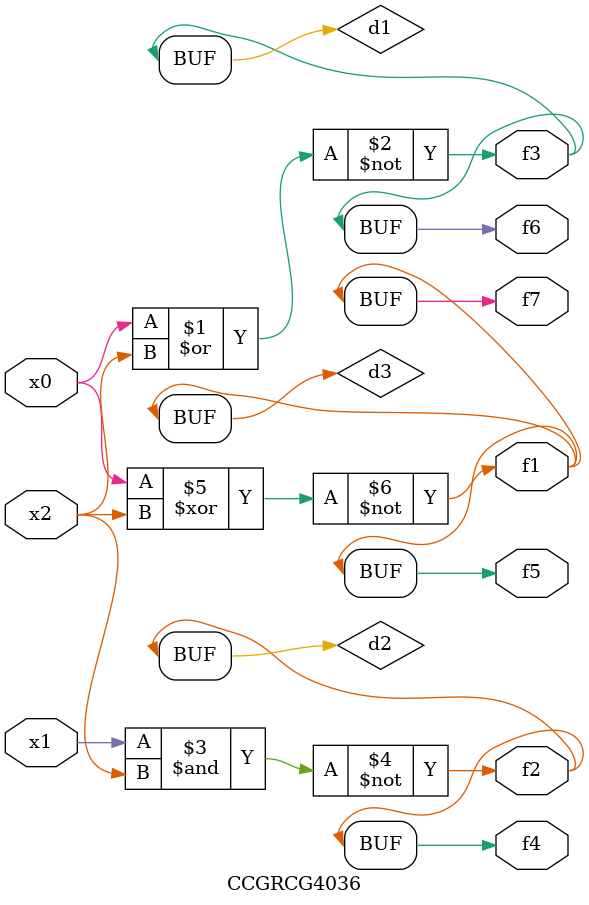
<source format=v>
module CCGRCG4036(
	input x0, x1, x2,
	output f1, f2, f3, f4, f5, f6, f7
);

	wire d1, d2, d3;

	nor (d1, x0, x2);
	nand (d2, x1, x2);
	xnor (d3, x0, x2);
	assign f1 = d3;
	assign f2 = d2;
	assign f3 = d1;
	assign f4 = d2;
	assign f5 = d3;
	assign f6 = d1;
	assign f7 = d3;
endmodule

</source>
